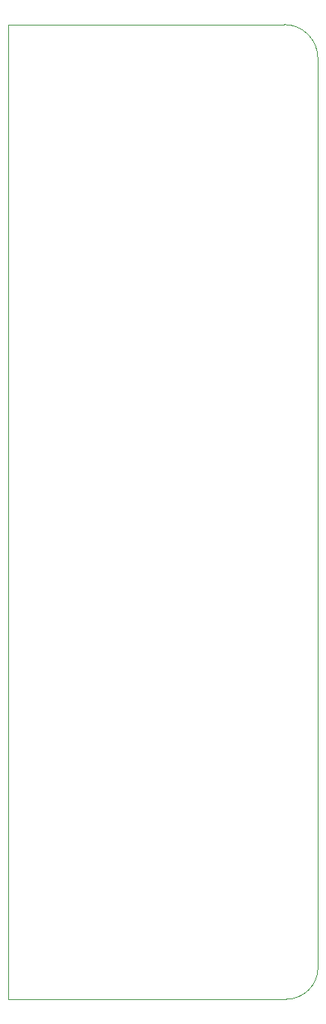
<source format=gbr>
%TF.GenerationSoftware,KiCad,Pcbnew,(6.0.11)*%
%TF.CreationDate,2023-02-21T23:01:44+01:00*%
%TF.ProjectId,eurorack-pmod-pcb,6575726f-7261-4636-9b2d-706d6f642d70,rev?*%
%TF.SameCoordinates,Original*%
%TF.FileFunction,Profile,NP*%
%FSLAX46Y46*%
G04 Gerber Fmt 4.6, Leading zero omitted, Abs format (unit mm)*
G04 Created by KiCad (PCBNEW (6.0.11)) date 2023-02-21 23:01:44*
%MOMM*%
%LPD*%
G01*
G04 APERTURE LIST*
%TA.AperFunction,Profile*%
%ADD10C,0.100000*%
%TD*%
G04 APERTURE END LIST*
D10*
X11430000Y-109996000D02*
G75*
G03*
X15000000Y-106426000I0J3570000D01*
G01*
X14986000Y-3810000D02*
X15000000Y-106426000D01*
X-20000000Y0D02*
X-20000000Y-110000000D01*
X11430000Y-109996000D02*
X-20000000Y-110000000D01*
X11176000Y0D02*
X-20000000Y0D01*
X14986000Y-3810000D02*
G75*
G03*
X11176000Y0I-3810000J0D01*
G01*
M02*

</source>
